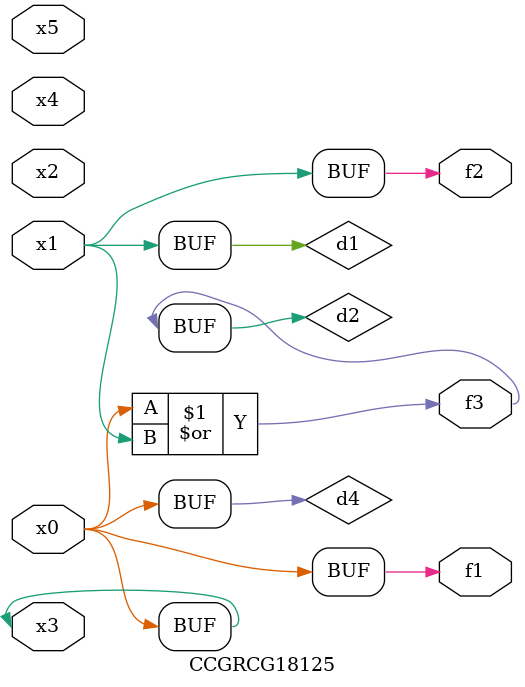
<source format=v>
module CCGRCG18125(
	input x0, x1, x2, x3, x4, x5,
	output f1, f2, f3
);

	wire d1, d2, d3, d4;

	and (d1, x1);
	or (d2, x0, x1);
	nand (d3, x0, x5);
	buf (d4, x0, x3);
	assign f1 = d4;
	assign f2 = d1;
	assign f3 = d2;
endmodule

</source>
